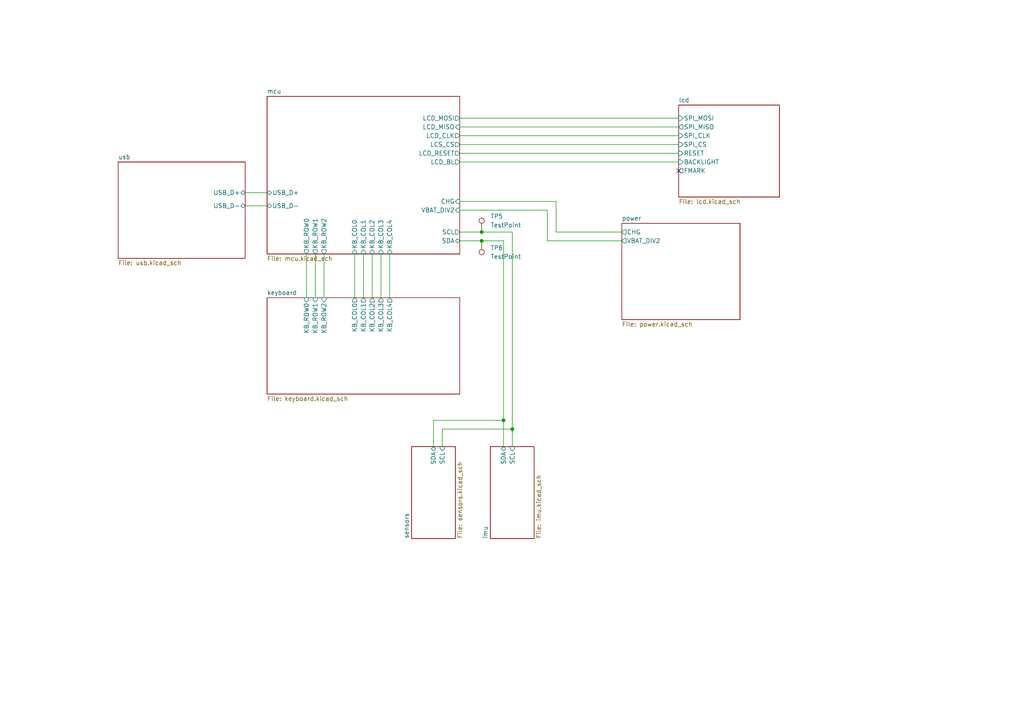
<source format=kicad_sch>
(kicad_sch (version 20231120) (generator "eeschema") (generator_version "8.0")
  (paper "A4")
  (lib_symbols
    (symbol "Connector:TestPoint" (pin_numbers hide) (pin_names (offset 0.762) hide)
      (property "Reference" "TP" (at 0 6.858 0))
      (property "Value" "TestPoint" (at 0 5.08 0))
      (symbol "TestPoint_0_1"
        (circle (center 0 3.302) (radius 0.762))
      )
      (symbol "TestPoint_1_1"
        (pin passive line (at 0 0 90) (length 2.54) (name "1") (number "1"))
      )
    )
  )
  (junction (at 139.7 67.31))
  (junction (at 148.59 124.46))
  (junction (at 139.7 69.85))
  (junction (at 146.05 121.92))
  (no_connect (at 196.85 49.53))
  (wire (pts (xy 133.35 39.37) (xy 196.85 39.37)))
  (wire (pts (xy 91.44 73.66) (xy 91.44 86.36)))
  (wire (pts (xy 93.98 73.66) (xy 93.98 86.36)))
  (wire (pts (xy 133.35 44.45) (xy 196.85 44.45)))
  (wire (pts (xy 133.35 34.29) (xy 196.85 34.29)))
  (wire (pts (xy 146.05 121.92) (xy 146.05 129.54)))
  (wire (pts (xy 158.75 60.96) (xy 158.75 69.85)))
  (wire (pts (xy 133.35 60.96) (xy 158.75 60.96)))
  (wire (pts (xy 113.03 73.66) (xy 113.03 86.36)))
  (wire (pts (xy 146.05 69.85) (xy 146.05 121.92)))
  (wire (pts (xy 71.12 59.69) (xy 77.47 59.69)))
  (wire (pts (xy 133.35 69.85) (xy 139.7 69.85)))
  (wire (pts (xy 148.59 67.31) (xy 148.59 124.46)))
  (wire (pts (xy 88.9 73.66) (xy 88.9 86.36)))
  (wire (pts (xy 125.73 129.54) (xy 125.73 121.92)))
  (wire (pts (xy 133.35 41.91) (xy 196.85 41.91)))
  (wire (pts (xy 125.73 121.92) (xy 146.05 121.92)))
  (wire (pts (xy 71.12 55.88) (xy 77.47 55.88)))
  (wire (pts (xy 110.49 73.66) (xy 110.49 86.36)))
  (wire (pts (xy 158.75 69.85) (xy 180.34 69.85)))
  (wire (pts (xy 133.35 67.31) (xy 139.7 67.31)))
  (wire (pts (xy 133.35 58.42) (xy 161.29 58.42)))
  (wire (pts (xy 139.7 69.85) (xy 146.05 69.85)))
  (wire (pts (xy 105.41 73.66) (xy 105.41 86.36)))
  (wire (pts (xy 161.29 67.31) (xy 180.34 67.31)))
  (wire (pts (xy 133.35 46.99) (xy 196.85 46.99)))
  (wire (pts (xy 128.27 124.46) (xy 148.59 124.46)))
  (wire (pts (xy 139.7 67.31) (xy 148.59 67.31)))
  (wire (pts (xy 107.95 73.66) (xy 107.95 86.36)))
  (wire (pts (xy 133.35 36.83) (xy 196.85 36.83)))
  (wire (pts (xy 148.59 124.46) (xy 148.59 129.54)))
  (wire (pts (xy 128.27 129.54) (xy 128.27 124.46)))
  (wire (pts (xy 102.87 73.66) (xy 102.87 86.36)))
  (wire (pts (xy 161.29 58.42) (xy 161.29 67.31)))
  (symbol (lib_id "Connector:TestPoint") (at 139.7 67.31 0) (unit 1)
    (property "Reference" "TP5" (at 142.24 62.7379 0) (effects (justify left)))
    (property "Value" "TestPoint" (at 142.24 65.2779 0) (effects (justify left)))
    (property "Footprint" "TestPoint:TestPoint_Pad_D1.0mm" (effects (hide yes)))
    (property "Description" "test point" (effects (hide yes)))
  )
  (symbol (lib_id "Connector:TestPoint") (at 139.7 69.85 180) (unit 1)
    (property "Reference" "TP6" (at 142.24 71.8819 0) (effects (justify right)))
    (property "Value" "TestPoint" (at 142.24 74.4219 0) (effects (justify right)))
    (property "Footprint" "TestPoint:TestPoint_Pad_D1.0mm" (effects (hide yes)))
    (property "Description" "test point" (effects (hide yes)))
  )
  (sheet (at 142.24 129.54) (size 12.7 26.67) (stroke (width 0.1524))
    (property "Sheetname" "imu" (at 141.5284 156.21 90) (effects (justify left bottom)))
    (property "Sheetfile" "imu.kicad_sch" (at 155.5246 156.21 90) (effects (justify left top)))
    (pin "SCL" input (at 148.59 129.54 90))
    (pin "SDA" bidirectional (at 146.05 129.54 90))
  )
  (sheet (at 34.29 46.99) (size 36.83 27.94) (stroke (width 0.1524))
    (property "Sheetname" "usb" (at 34.29 46.2784 0) (effects (justify left bottom)))
    (property "Sheetfile" "usb.kicad_sch" (at 34.29 75.5146 0) (effects (justify left top)))
    (pin "USB_D-" bidirectional (at 71.12 59.69 0))
    (pin "USB_D+" bidirectional (at 71.12 55.88 0))
  )
  (sheet (at 77.47 86.36) (size 55.88 27.94) (stroke (width 0.1524))
    (property "Sheetname" "keyboard" (at 77.47 85.6484 0) (effects (justify left bottom)))
    (property "Sheetfile" "keyboard.kicad_sch" (at 77.47 114.8846 0) (effects (justify left top)))
    (pin "KB_ROW0" input (at 88.9 86.36 90))
    (pin "KB_ROW1" input (at 91.44 86.36 90))
    (pin "KB_ROW2" input (at 93.98 86.36 90))
    (pin "KB_COL4" output (at 113.03 86.36 90))
    (pin "KB_COL2" output (at 107.95 86.36 90))
    (pin "KB_COL3" output (at 110.49 86.36 90))
    (pin "KB_COL0" output (at 102.87 86.36 90))
    (pin "KB_COL1" output (at 105.41 86.36 90))
  )
  (sheet (at 196.85 30.48) (size 29.21 26.67) (stroke (width 0.1524))
    (property "Sheetname" "lcd" (at 196.85 29.7684 0) (effects (justify left bottom)))
    (property "Sheetfile" "lcd.kicad_sch" (at 196.85 57.7346 0) (effects (justify left top)))
    (pin "RESET" input (at 196.85 44.45 180))
    (pin "SPI_MOSI" input (at 196.85 34.29 180))
    (pin "SPI_CLK" input (at 196.85 39.37 180))
    (pin "SPI_CS" input (at 196.85 41.91 180))
    (pin "BACKLIGHT" input (at 196.85 46.99 180))
    (pin "FMARK" output (at 196.85 49.53 180))
    (pin "SPI_MISO" output (at 196.85 36.83 180))
  )
  (sheet (at 77.47 27.94) (size 55.88 45.72) (stroke (width 0.1524))
    (property "Sheetname" "mcu" (at 77.47 27.2284 0) (effects (justify left bottom)))
    (property "Sheetfile" "mcu.kicad_sch" (at 77.47 74.2446 0) (effects (justify left top)))
    (pin "KB_COL0" input (at 102.87 73.66 270))
    (pin "KB_COL2" input (at 107.95 73.66 270))
    (pin "KB_COL3" input (at 110.49 73.66 270))
    (pin "KB_COL4" input (at 113.03 73.66 270))
    (pin "KB_COL1" input (at 105.41 73.66 270))
    (pin "CHG" input (at 133.35 58.42 0))
    (pin "LCD_MISO" input (at 133.35 36.83 0))
    (pin "LCD_CLK" output (at 133.35 39.37 0))
    (pin "LCD_MOSI" output (at 133.35 34.29 0))
    (pin "LCS_CS" output (at 133.35 41.91 0))
    (pin "LCD_RESET" output (at 133.35 44.45 0))
    (pin "LCD_BL" output (at 133.35 46.99 0))
    (pin "SCL" output (at 133.35 67.31 0))
    (pin "SDA" bidirectional (at 133.35 69.85 0))
    (pin "USB_D-" bidirectional (at 77.47 59.69 180))
    (pin "USB_D+" bidirectional (at 77.47 55.88 180))
    (pin "KB_ROW0" output (at 88.9 73.66 270))
    (pin "KB_ROW1" output (at 91.44 73.66 270))
    (pin "KB_ROW2" output (at 93.98 73.66 270))
    (pin "VBAT_DIV2" input (at 133.35 60.96 0))
  )
  (sheet (at 119.38 129.54) (size 12.7 26.67) (stroke (width 0.1524))
    (property "Sheetname" "sensors" (at 118.6684 156.21 90) (effects (justify left bottom)))
    (property "Sheetfile" "sensors.kicad_sch" (at 132.6646 156.21 90) (effects (justify left top)))
    (pin "SCL" input (at 128.27 129.54 90))
    (pin "SDA" bidirectional (at 125.73 129.54 90))
  )
  (sheet (at 180.34 64.77) (size 34.29 27.94) (stroke (width 0.1524))
    (property "Sheetname" "power" (at 180.34 64.0584 0) (effects (justify left bottom)))
    (property "Sheetfile" "power.kicad_sch" (at 180.34 93.2946 0) (effects (justify left top)))
    (pin "CHG" output (at 180.34 67.31 180))
    (pin "VBAT_DIV2" output (at 180.34 69.85 180))
  )
)
</source>
